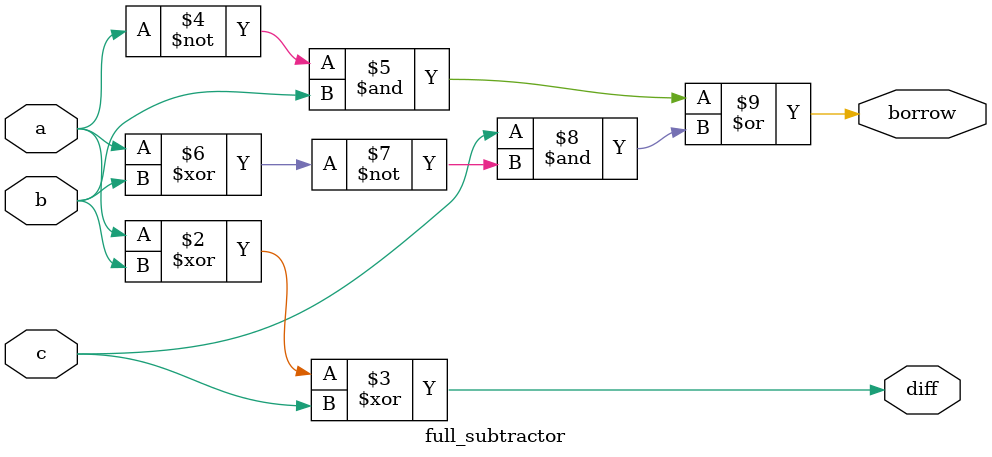
<source format=sv>

module full_subtractor(input a,b,c,
                      output reg diff,borrow);
  
 
  always @(*)
    begin
      diff = a ^ b ^ c;
      borrow = ~a  & b | c & ~(a ^ b);
    end
endmodule
</source>
